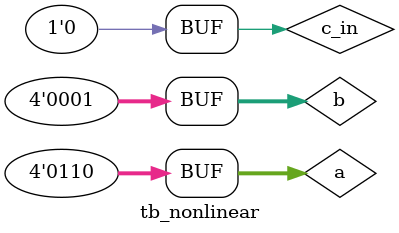
<source format=v>
module tb_nonlinear();

parameter NBIT = 4; // number of bits of the adder
parameter NNL=56; //Number of bits of the non-linear outputs

//inputs
reg [NBIT-1:0] a,b;
reg c_in;
//outputs
wire [NNL-1:0] nonlin;

//nonlinear_part
gen_nonlinear_part
DUT (
        .a (a),
        .b (b),
        .c (c_in),
        .n (nonlin)
);

initial 
begin
        $monitor("A:%d\t B:%d\t Cin:%d\t NonLinear:%d",a,b,c_in,nonlin);
        a <= 0;
        c_in <= 0;
        b <= 0;
        #3
        a <= 2;
        #3
        b <= 3;
        #3
        a <= 5;
        #3
        b <= 10; //overflow as expected
        #3
        a <= 6;
        #3
        b <= 1;
end

endmodule

</source>
